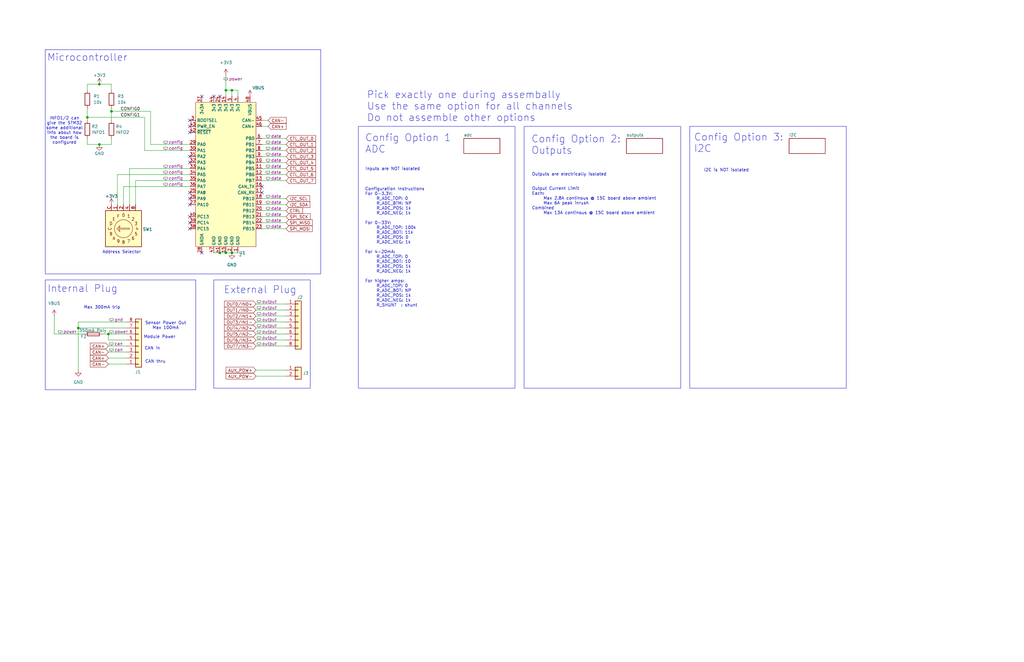
<source format=kicad_sch>
(kicad_sch (version 20231120) (generator "eeschema") (generator_version "8.0")
  (paper "USLedger")
  (lib_symbols
    (symbol "Connector_Generic:Conn_01x02" (pin_names (offset 1.016) hide)
      (property "Reference" "J" (at 0 2.54 0))
      (property "Value" "Conn_01x02" (at 0 -5.08 0))
      (symbol "Conn_01x02_1_1"
        (rectangle (start -1.27 -2.413) (end 0 -2.667) (stroke (width 0.1524)))
        (rectangle (start -1.27 0.127) (end 0 -0.127) (stroke (width 0.1524)))
        (rectangle (start -1.27 1.27) (end 1.27 -3.81) (stroke (width 0.254)) (fill (type background)))
        (pin passive line (at -5.08 0 0) (length 3.81) (name "Pin_1") (number "1"))
        (pin passive line (at -5.08 -2.54 0) (length 3.81) (name "Pin_2") (number "2"))
      )
    )
    (symbol "Connector_Generic:Conn_01x08" (pin_names (offset 1.016) hide)
      (property "Reference" "J" (at 0 10.16 0))
      (property "Value" "Conn_01x08" (at 0 -12.7 0))
      (symbol "Conn_01x08_1_1"
        (rectangle (start -1.27 -10.033) (end 0 -10.287) (stroke (width 0.1524)))
        (rectangle (start -1.27 -7.493) (end 0 -7.747) (stroke (width 0.1524)))
        (rectangle (start -1.27 -4.953) (end 0 -5.207) (stroke (width 0.1524)))
        (rectangle (start -1.27 -2.413) (end 0 -2.667) (stroke (width 0.1524)))
        (rectangle (start -1.27 0.127) (end 0 -0.127) (stroke (width 0.1524)))
        (rectangle (start -1.27 2.667) (end 0 2.413) (stroke (width 0.1524)))
        (rectangle (start -1.27 5.207) (end 0 4.953) (stroke (width 0.1524)))
        (rectangle (start -1.27 7.747) (end 0 7.493) (stroke (width 0.1524)))
        (rectangle (start -1.27 8.89) (end 1.27 -11.43) (stroke (width 0.254)) (fill (type background)))
        (pin passive line (at -5.08 7.62 0) (length 3.81) (name "Pin_1") (number "1"))
        (pin passive line (at -5.08 5.08 0) (length 3.81) (name "Pin_2") (number "2"))
        (pin passive line (at -5.08 2.54 0) (length 3.81) (name "Pin_3") (number "3"))
        (pin passive line (at -5.08 0 0) (length 3.81) (name "Pin_4") (number "4"))
        (pin passive line (at -5.08 -2.54 0) (length 3.81) (name "Pin_5") (number "5"))
        (pin passive line (at -5.08 -5.08 0) (length 3.81) (name "Pin_6") (number "6"))
        (pin passive line (at -5.08 -7.62 0) (length 3.81) (name "Pin_7") (number "7"))
        (pin passive line (at -5.08 -10.16 0) (length 3.81) (name "Pin_8") (number "8"))
      )
    )
    (symbol "Device:Fuse" (pin_numbers hide) (pin_names (offset 0))
      (property "Reference" "F" (at 2.032 0 90))
      (property "Value" "Fuse" (at -1.905 0 90))
      (symbol "Fuse_0_1"
        (rectangle (start -0.762 -2.54) (end 0.762 2.54) (stroke (width 0.254)))
        (polyline (pts (xy 0 2.54) (xy 0 -2.54)))
      )
      (symbol "Fuse_1_1"
        (pin passive line (at 0 3.81 270) (length 1.27) (name "~") (number "1"))
        (pin passive line (at 0 -3.81 90) (length 1.27) (name "~") (number "2"))
      )
    )
    (symbol "Device:R" (pin_numbers hide) (pin_names (offset 0))
      (property "Reference" "R" (at 2.032 0 90))
      (property "Value" "R" (at 0 0 90))
      (symbol "R_0_1"
        (rectangle (start -1.016 -2.54) (end 1.016 2.54) (stroke (width 0.254)))
      )
      (symbol "R_1_1"
        (pin passive line (at 0 3.81 270) (length 1.27) (name "~") (number "1"))
        (pin passive line (at 0 -3.81 90) (length 1.27) (name "~") (number "2"))
      )
    )
    (symbol "Switch:SW_Coded_SH-7050" (pin_names hide)
      (property "Reference" "SW" (at -7.62 8.89 0))
      (property "Value" "SW_Coded_SH-7050" (at -7.62 -8.89 0))
      (symbol "SW_Coded_SH-7050_0_0"
        (text "0" (at 5.715 0 2700) (effects (font (size 1.27 1.27))))
        (text "1" (at 5.2832 -2.1844 2475) (effects (font (size 1.27 1.27))))
        (text "2" (at 4.0386 -4.0386 2250) (effects (font (size 1.27 1.27))))
        (text "3" (at 2.1844 -5.2832 2025) (effects (font (size 1.27 1.27))))
        (text "4" (at 0 -5.715 1800) (effects (font (size 1.27 1.27))))
        (text "5" (at -2.1844 -5.2832 1575) (effects (font (size 1.27 1.27))))
        (text "6" (at -4.0386 -4.0386 1350) (effects (font (size 1.27 1.27))))
        (text "7" (at -5.2832 -2.1844 1125) (effects (font (size 1.27 1.27))))
        (text "8" (at -5.715 0 900) (effects (font (size 1.27 1.27))))
        (text "9" (at -5.2832 2.1844 675) (effects (font (size 1.27 1.27))))
        (text "A" (at -4.0386 4.0386 450) (effects (font (size 1.27 1.27))))
        (text "B" (at -2.1844 5.2832 225) (effects (font (size 1.27 1.27))))
        (text "C" (at 0 5.715 0) (effects (font (size 1.27 1.27))))
        (text "D" (at 2.1844 5.2832 3375) (effects (font (size 1.27 1.27))))
        (text "E" (at 4.0386 4.0386 3150) (effects (font (size 1.27 1.27))))
        (text "F" (at 5.2832 2.1844 2925) (effects (font (size 1.27 1.27))))
      )
      (symbol "SW_Coded_SH-7050_0_1"
        (polyline (pts (xy -0.254 -2.54) (xy -0.254 2.032) (xy -0.762 1.524) (xy -1.27 1.524) (xy 0 2.794) (xy 1.27 1.524) (xy 0.762 1.524) (xy 0.254 2.032) (xy 0.254 -2.54) (xy -0.254 -2.54) (xy -0.254 -2.54)))
        (circle (center 0 0) (radius 3.81))
        (rectangle (start 7.62 7.62) (end -7.62 -7.62) (stroke (width 0.254)) (fill (type background)))
      )
      (symbol "SW_Coded_SH-7050_1_1"
        (pin passive line (at 10.16 2.54 180) (length 2.54) (name "1") (number "1"))
        (pin passive line (at 10.16 0 180) (length 2.54) (name "2") (number "2"))
        (pin passive line (at 10.16 -2.54 180) (length 2.54) (name "4") (number "4"))
        (pin passive line (at 10.16 -5.08 180) (length 2.54) (name "8") (number "8"))
        (pin passive line (at 10.16 5.08 180) (length 2.54) (name "C") (number "C"))
      )
    )
    (symbol "interface_module:stm32dev"
      (property "Reference" "U" (at 7.874 34.798 0))
      (symbol "stm32dev_1_1"
        (rectangle (start -12.7 30.48) (end 12.7 -30.48) (fill (type background)))
        (pin input line (at -5.08 -33.02 90) (length 2.54) (name "GND") (number "1"))
        (pin bidirectional line (at -15.24 5.08 0) (length 2.54) (name "PB4") (number "10"))
        (pin bidirectional line (at -15.24 2.54 0) (length 2.54) (name "PB5") (number "11"))
        (pin bidirectional line (at -15.24 0 0) (length 2.54) (name "PB6") (number "12"))
        (pin bidirectional line (at -15.24 -2.54 0) (length 2.54) (name "PB7") (number "13"))
        (pin input line (at 0 33.02 270) (length 2.54) (name "3v3") (number "14"))
        (pin input line (at 0 -33.02 90) (length 2.54) (name "GND") (number "15"))
        (pin bidirectional line (at -15.24 -5.08 0) (length 2.54) (name "CAN_TX") (number "16"))
        (pin bidirectional line (at -15.24 -7.62 0) (length 2.54) (name "CAN_RX") (number "17"))
        (pin bidirectional line (at -15.24 -10.16 0) (length 2.54) (name "PB10") (number "18"))
        (pin bidirectional line (at -15.24 -12.7 0) (length 2.54) (name "PB11") (number "19"))
        (pin input line (at -2.54 -33.02 90) (length 2.54) (name "GND") (number "2"))
        (pin bidirectional line (at -15.24 -15.24 0) (length 2.54) (name "PB12") (number "20"))
        (pin bidirectional line (at -15.24 -17.78 0) (length 2.54) (name "PB13") (number "21"))
        (pin bidirectional line (at -15.24 -20.32 0) (length 2.54) (name "PB14") (number "22"))
        (pin bidirectional line (at -15.24 -22.86 0) (length 2.54) (name "PB15") (number "23"))
        (pin input line (at 2.54 33.02 270) (length 2.54) (name "3v3") (number "24"))
        (pin bidirectional line (at 15.24 -7.62 180) (length 2.54) (name "PA8") (number "25"))
        (pin bidirectional line (at 15.24 -10.16 180) (length 2.54) (name "PA9") (number "26"))
        (pin bidirectional line (at 15.24 -12.7 180) (length 2.54) (name "PA10") (number "27"))
        (pin power_out line (at 10.16 -33.02 90) (length 2.54) (name "GNDA") (number "28"))
        (pin bidirectional line (at 15.24 12.7 180) (length 2.54) (name "PA0") (number "29"))
        (pin input line (at 15.24 22.86 180) (length 2.54) (name "BOOTSEL") (number "3"))
        (pin bidirectional line (at 15.24 10.16 180) (length 2.54) (name "PA1") (number "30"))
        (pin bidirectional line (at 15.24 7.62 180) (length 2.54) (name "PA2") (number "31"))
        (pin bidirectional line (at 15.24 5.08 180) (length 2.54) (name "PA3") (number "32"))
        (pin bidirectional line (at 15.24 2.54 180) (length 2.54) (name "PA4") (number "33"))
        (pin bidirectional line (at 15.24 0 180) (length 2.54) (name "PA5") (number "34"))
        (pin bidirectional line (at 15.24 -2.54 180) (length 2.54) (name "PA6") (number "35"))
        (pin bidirectional line (at 15.24 -5.08 180) (length 2.54) (name "PA7") (number "36"))
        (pin power_out line (at 10.16 33.02 270) (length 2.54) (name "3v3A") (number "37"))
        (pin bidirectional line (at 15.24 -22.86 180) (length 2.54) (name "PC15") (number "38"))
        (pin bidirectional line (at 15.24 -20.32 180) (length 2.54) (name "PC14") (number "39"))
        (pin input line (at -5.08 33.02 270) (length 2.54) (name "3v3") (number "4"))
        (pin bidirectional line (at 15.24 -17.78 180) (length 2.54) (name "PC13") (number "40"))
        (pin input line (at 2.54 -33.02 90) (length 2.54) (name "GND") (number "41"))
        (pin input line (at 15.24 17.78 180) (length 2.54) (name "~{RESET}") (number "42"))
        (pin input line (at 15.24 20.32 180) (length 2.54) (name "PWR_EN") (number "43"))
        (pin input line (at 5.08 33.02 270) (length 2.54) (name "3v3") (number "44"))
        (pin bidirectional line (at -15.24 22.86 0) (length 2.54) (name "CAN-") (number "45"))
        (pin bidirectional line (at -15.24 20.32 0) (length 2.54) (name "CAN+") (number "46"))
        (pin input line (at 5.08 -33.02 90) (length 2.54) (name "GND") (number "47"))
        (pin power_in line (at -10.16 33.02 270) (length 2.54) (name "VBUS") (number "48"))
        (pin input line (at -2.54 33.02 270) (length 2.54) (name "3v3") (number "5"))
        (pin bidirectional line (at -15.24 15.24 0) (length 2.54) (name "PB0") (number "6"))
        (pin bidirectional line (at -15.24 12.7 0) (length 2.54) (name "PB1") (number "7"))
        (pin bidirectional line (at -15.24 10.16 0) (length 2.54) (name "PB2") (number "8"))
        (pin bidirectional line (at -15.24 7.62 0) (length 2.54) (name "PB3") (number "9"))
      )
    )
    (symbol "power:+3V3" (power) (pin_names (offset 0))
      (property "Value" "+3V3" (at 0 3.556 0))
      (symbol "+3V3_0_1"
        (polyline (pts (xy -0.762 1.27) (xy 0 2.54)))
        (polyline (pts (xy 0 0) (xy 0 2.54)))
        (polyline (pts (xy 0 2.54) (xy 0.762 1.27)))
      )
      (symbol "+3V3_1_1"
        (pin power_in line (at 0 0 90) (length 0) hide (name "+3V3") (number "1"))
      )
    )
    (symbol "power:GND" (power) (pin_names (offset 0))
      (property "Value" "GND" (at 0 -3.81 0))
      (symbol "GND_0_1"
        (polyline (pts (xy 0 0) (xy 0 -1.27) (xy 1.27 -1.27) (xy 0 -2.54) (xy -1.27 -1.27) (xy 0 -1.27)))
      )
      (symbol "GND_1_1"
        (pin power_in line (at 0 0 270) (length 0) hide (name "GND") (number "1"))
      )
    )
    (symbol "power:VBUS" (power) (pin_names (offset 0))
      (property "Value" "VBUS" (at 0 3.81 0))
      (symbol "VBUS_0_1"
        (polyline (pts (xy -0.762 1.27) (xy 0 2.54)))
        (polyline (pts (xy 0 0) (xy 0 2.54)))
        (polyline (pts (xy 0 2.54) (xy 0.762 1.27)))
      )
      (symbol "VBUS_1_1"
        (pin power_in line (at 0 0 90) (length 0) hide (name "VBUS") (number "1"))
      )
    )
  )
  (junction (at 92.71 106.68))
  (junction (at 45.72 140.97))
  (junction (at 97.79 106.68))
  (junction (at 41.91 35.56))
  (junction (at 95.25 106.68))
  (junction (at 97.79 38.1))
  (junction (at 33.02 138.43))
  (junction (at 46.99 46.99))
  (junction (at 95.25 38.1))
  (junction (at 36.83 49.53))
  (junction (at 41.91 60.96))
  (no_connect (at 80.01 93.98))
  (no_connect (at 85.09 106.68))
  (no_connect (at 80.01 83.82))
  (no_connect (at 80.01 66.04))
  (no_connect (at 80.01 50.8))
  (no_connect (at 92.71 40.64))
  (no_connect (at 80.01 91.44))
  (no_connect (at 90.17 40.64))
  (no_connect (at 110.49 81.28))
  (no_connect (at 80.01 53.34))
  (no_connect (at 80.01 86.36))
  (no_connect (at 80.01 55.88))
  (no_connect (at 85.09 40.64))
  (no_connect (at 80.01 68.58))
  (no_connect (at 110.49 78.74))
  (no_connect (at 80.01 81.28))
  (no_connect (at 80.01 96.52))
  (wire (pts (xy 36.83 49.53) (xy 60.96 49.53)))
  (wire (pts (xy 90.17 106.68) (xy 92.71 106.68)))
  (wire (pts (xy 120.65 88.9) (xy 110.49 88.9)))
  (wire (pts (xy 120.65 138.43) (xy 107.95 138.43)))
  (wire (pts (xy 95.25 31.75) (xy 95.25 38.1)))
  (wire (pts (xy 120.65 93.98) (xy 110.49 93.98)))
  (wire (pts (xy 33.02 138.43) (xy 33.02 156.21)))
  (wire (pts (xy 36.83 58.42) (xy 36.83 60.96)))
  (wire (pts (xy 95.25 38.1) (xy 97.79 38.1)))
  (wire (pts (xy 60.96 63.5) (xy 60.96 49.53)))
  (wire (pts (xy 49.53 73.66) (xy 49.53 86.36)))
  (wire (pts (xy 52.07 86.36) (xy 52.07 78.74)))
  (wire (pts (xy 53.34 143.51) (xy 45.72 143.51)))
  (wire (pts (xy 46.99 60.96) (xy 46.99 58.42)))
  (wire (pts (xy 97.79 38.1) (xy 100.33 38.1)))
  (wire (pts (xy 120.65 66.04) (xy 110.49 66.04)))
  (wire (pts (xy 33.02 135.89) (xy 33.02 138.43)))
  (wire (pts (xy 53.34 151.13) (xy 45.72 151.13)))
  (wire (pts (xy 120.65 73.66) (xy 110.49 73.66)))
  (wire (pts (xy 36.83 38.1) (xy 36.83 35.56)))
  (wire (pts (xy 120.65 143.51) (xy 107.95 143.51)))
  (wire (pts (xy 46.99 35.56) (xy 46.99 38.1)))
  (wire (pts (xy 46.99 46.99) (xy 46.99 50.8)))
  (wire (pts (xy 120.65 146.05) (xy 107.95 146.05)))
  (wire (pts (xy 46.99 46.99) (xy 63.5 46.99)))
  (wire (pts (xy 120.65 58.42) (xy 110.49 58.42)))
  (wire (pts (xy 120.65 128.27) (xy 107.95 128.27)))
  (wire (pts (xy 57.15 86.36) (xy 57.15 76.2)))
  (wire (pts (xy 36.83 45.72) (xy 36.83 49.53)))
  (wire (pts (xy 36.83 60.96) (xy 41.91 60.96)))
  (wire (pts (xy 120.65 91.44) (xy 110.49 91.44)))
  (wire (pts (xy 120.65 71.12) (xy 110.49 71.12)))
  (wire (pts (xy 100.33 38.1) (xy 100.33 40.64)))
  (wire (pts (xy 120.65 133.35) (xy 107.95 133.35)))
  (wire (pts (xy 63.5 60.96) (xy 63.5 46.99)))
  (wire (pts (xy 22.86 140.97) (xy 35.56 140.97)))
  (wire (pts (xy 120.65 140.97) (xy 107.95 140.97)))
  (wire (pts (xy 53.34 135.89) (xy 33.02 135.89)))
  (wire (pts (xy 46.99 45.72) (xy 46.99 46.99)))
  (wire (pts (xy 120.65 130.81) (xy 107.95 130.81)))
  (wire (pts (xy 41.91 60.96) (xy 46.99 60.96)))
  (wire (pts (xy 45.72 140.97) (xy 53.34 140.97)))
  (wire (pts (xy 120.65 86.36) (xy 110.49 86.36)))
  (wire (pts (xy 49.53 73.66) (xy 80.01 73.66)))
  (wire (pts (xy 97.79 106.68) (xy 100.33 106.68)))
  (wire (pts (xy 110.49 50.8) (xy 113.03 50.8)))
  (wire (pts (xy 120.65 135.89) (xy 107.95 135.89)))
  (wire (pts (xy 36.83 49.53) (xy 36.83 50.8)))
  (wire (pts (xy 107.95 158.75) (xy 120.65 158.75)))
  (wire (pts (xy 53.34 138.43) (xy 33.02 138.43)))
  (wire (pts (xy 120.65 68.58) (xy 110.49 68.58)))
  (wire (pts (xy 54.61 71.12) (xy 80.01 71.12)))
  (wire (pts (xy 22.86 133.35) (xy 22.86 140.97)))
  (wire (pts (xy 53.34 148.59) (xy 45.72 148.59)))
  (wire (pts (xy 41.91 35.56) (xy 46.99 35.56)))
  (wire (pts (xy 53.34 153.67) (xy 45.72 153.67)))
  (wire (pts (xy 36.83 35.56) (xy 41.91 35.56)))
  (wire (pts (xy 45.72 143.51) (xy 45.72 140.97)))
  (wire (pts (xy 120.65 83.82) (xy 110.49 83.82)))
  (wire (pts (xy 120.65 76.2) (xy 110.49 76.2)))
  (wire (pts (xy 120.65 63.5) (xy 110.49 63.5)))
  (wire (pts (xy 95.25 38.1) (xy 95.25 40.64)))
  (wire (pts (xy 80.01 60.96) (xy 63.5 60.96)))
  (wire (pts (xy 43.18 140.97) (xy 45.72 140.97)))
  (wire (pts (xy 54.61 71.12) (xy 54.61 86.36)))
  (wire (pts (xy 52.07 78.74) (xy 80.01 78.74)))
  (wire (pts (xy 97.79 38.1) (xy 97.79 40.64)))
  (wire (pts (xy 92.71 106.68) (xy 95.25 106.68)))
  (wire (pts (xy 57.15 76.2) (xy 80.01 76.2)))
  (wire (pts (xy 53.34 146.05) (xy 45.72 146.05)))
  (wire (pts (xy 80.01 63.5) (xy 60.96 63.5)))
  (wire (pts (xy 120.65 60.96) (xy 110.49 60.96)))
  (wire (pts (xy 107.95 156.21) (xy 120.65 156.21)))
  (wire (pts (xy 95.25 106.68) (xy 97.79 106.68)))
  (wire (pts (xy 120.65 96.52) (xy 110.49 96.52)))
  (wire (pts (xy 113.03 53.34) (xy 110.49 53.34)))
  (rectangle (start 19.05 118.11) (end 82.55 164.465))
  (rectangle (start 290.83 53.34) (end 356.87 163.83))
  (rectangle (start 151.13 53.34) (end 217.17 163.83))
  (rectangle (start 90.17 118.11) (end 130.81 163.83))
  (rectangle (start 220.98 53.34) (end 287.02 163.83))
  (rectangle (start 19.05 20.955) (end 135.255 115.57))
  (text "I2C is NOT isolated" (at 306.324 71.882 0) (effects (font (size 1.27 1.27))))
  (text "Inputs are NOT isolated" (at 165.608 71.374 0) (effects (font (size 1.27 1.27))))
  (text "Sensor Power Out\nMax 100mA" (at 69.85 137.414 0) (effects (font (size 1.27 1.27))))
  (text "Output Current Limit\nEach:\n	Max 2.8A continous @ 15C board above ambient\n	Max 6A peak inrush\nCombined\n	Max 13A continous @ 15C board above ambient" (at 224.282 84.836 0) (effects (font (size 1.27 1.27)) (justify left)))
  (text "CAN thru" (at 65.532 152.654 0) (effects (font (size 1.27 1.27))))
  (text "External Plug" (at 109.728 122.428 0) (effects (font (size 3 3))))
  (text "Module Power" (at 67.31 142.24 0) (effects (font (size 1.27 1.27))))
  (text "Configuration Instructions\nFor 0-3.3V:\n	R_ADC_TOP: 0\n	R_ADC_BTM: NP\n	R_ADC_POS: 1k\n	R_ADC_NEG: 1k\n\nFor 0-33V:\n	R_ADC_TOP: 100k\n	R_ADC_BOT: 11k\n	R_ADC_POS: 0\n	R_ADC_NEG: 1k\n\nFor 4-20mA:\n	R_ADC_TOP: 0\n	R_ADC_BOT: 10\n	R_ADC_POS: 1k\n	R_ADC_NEG: 1k\n\nFor higher amps:\n	R_ADC_TOP: 0\n	R_ADC_BOT: NP\n	R_ADC_POS: 1k\n	R_ADC_NEG: 1k\n	R_SHUNT  : shunt" (at 153.924 104.394 0) (effects (font (size 1.27 1.27)) (justify left)))
  (text "Internal Plug" (at 34.798 121.92 0) (effects (font (size 3 3))))
  (text "Config Option 2:\nOutputs" (at 224.028 61.214 0) (effects (font (size 3 3)) (justify left)))
  (text "Config Option 1\nADC" (at 153.924 60.706 0) (effects (font (size 3 3)) (justify left)))
  (text "Outputs are electrically isolated" (at 240.03 73.66 0) (effects (font (size 1.27 1.27))))
  (text "CAN in" (at 64.262 147.066 0) (effects (font (size 1.27 1.27))))
  (text "Microcontroller" (at 19.812 24.384 0) (effects (font (size 3 3)) (justify left)))
  (text "INFO1/2 can\ngive the STM32\nsome additional\ninfo about how\nthe board is\nconfigured" (at 27.178 55.118 0) (effects (font (size 1.27 1.27))))
  (text "Max 300mA trip" (at 35.306 129.794 0) (effects (font (size 1.27 1.27)) (justify left)))
  (text "Config Option 3:\nI2C" (at 292.608 60.452 0) (effects (font (size 3 3)) (justify left)))
  (text "Address Selector" (at 51.308 106.426 0) (effects (font (size 1.27 1.27))))
  (text "Pick exactly one during assembally\nUse the same option for all channels\nDo not assemble other options" (at 154.686 44.958 0) (effects (font (size 3 3)) (justify left)))
  (label "CONFIG0" (at 50.8 46.99 0))
  (label "CONFIG1" (at 50.8 49.53 0))
  (global_label "OUT6{slash}IN3+" (shape input) (at 107.95 143.51 180) (property "Intersheetrefs" "${INTERSHEET_REFS}" (effects (hide yes))))
  (global_label "CTL_OUT_6" (shape input) (at 120.65 73.66 0) (property "Intersheetrefs" "${INTERSHEET_REFS}" (effects (hide yes))))
  (global_label "AUX_POW-" (shape input) (at 107.95 158.75 180) (property "Intersheetrefs" "${INTERSHEET_REFS}" (effects (hide yes))))
  (global_label "CTL_OUT_4" (shape input) (at 120.65 68.58 0) (property "Intersheetrefs" "${INTERSHEET_REFS}" (effects (hide yes))))
  (global_label "SPI_SCK" (shape input) (at 120.65 91.44 0) (property "Intersheetrefs" "${INTERSHEET_REFS}" (effects (hide yes))))
  (global_label "OUT5{slash}IN2-" (shape input) (at 107.95 140.97 180) (property "Intersheetrefs" "${INTERSHEET_REFS}" (effects (hide yes))))
  (global_label "CAN+" (shape input) (at 45.72 146.05 180) (property "Intersheetrefs" "${INTERSHEET_REFS}" (effects (hide yes))))
  (global_label "CTL_OUT_1" (shape input) (at 120.65 60.96 0) (property "Intersheetrefs" "${INTERSHEET_REFS}" (effects (hide yes))))
  (global_label "CAN+" (shape input) (at 113.03 53.34 0) (property "Intersheetrefs" "${INTERSHEET_REFS}" (effects (hide yes))))
  (global_label "I2C_SDA" (shape input) (at 120.65 86.36 0) (property "Intersheetrefs" "${INTERSHEET_REFS}" (effects (hide yes))))
  (global_label "SPI_MISO" (shape input) (at 120.65 93.98 0) (property "Intersheetrefs" "${INTERSHEET_REFS}" (effects (hide yes))))
  (global_label "CTRL" (shape input) (at 120.65 88.9 0) (property "Intersheetrefs" "${INTERSHEET_REFS}" (effects (hide yes))))
  (global_label "SPI_MOSI" (shape input) (at 120.65 96.52 0) (property "Intersheetrefs" "${INTERSHEET_REFS}" (effects (hide yes))))
  (global_label "CAN-" (shape input) (at 45.72 153.67 180) (property "Intersheetrefs" "${INTERSHEET_REFS}" (effects (hide yes))))
  (global_label "OUT1{slash}IN0-" (shape input) (at 107.95 130.81 180) (property "Intersheetrefs" "${INTERSHEET_REFS}" (effects (hide yes))))
  (global_label "OUT2{slash}IN1+" (shape input) (at 107.95 133.35 180) (property "Intersheetrefs" "${INTERSHEET_REFS}" (effects (hide yes))))
  (global_label "OUT3{slash}IN1-" (shape input) (at 107.95 135.89 180) (property "Intersheetrefs" "${INTERSHEET_REFS}" (effects (hide yes))))
  (global_label "OUT0{slash}IN0+" (shape input) (at 107.95 128.27 180) (property "Intersheetrefs" "${INTERSHEET_REFS}" (effects (hide yes))))
  (global_label "OUT4{slash}IN2+" (shape input) (at 107.95 138.43 180) (property "Intersheetrefs" "${INTERSHEET_REFS}" (effects (hide yes))))
  (global_label "I2C_SCL" (shape input) (at 120.65 83.82 0) (property "Intersheetrefs" "${INTERSHEET_REFS}" (effects (hide yes))))
  (global_label "CAN+" (shape input) (at 45.72 151.13 180) (property "Intersheetrefs" "${INTERSHEET_REFS}" (effects (hide yes))))
  (global_label "CAN-" (shape input) (at 113.03 50.8 0) (property "Intersheetrefs" "${INTERSHEET_REFS}" (effects (hide yes))))
  (global_label "CTL_OUT_0" (shape input) (at 120.65 58.42 0) (property "Intersheetrefs" "${INTERSHEET_REFS}" (effects (hide yes))))
  (global_label "CTL_OUT_2" (shape input) (at 120.65 63.5 0) (property "Intersheetrefs" "${INTERSHEET_REFS}" (effects (hide yes))))
  (global_label "OUT7{slash}IN3-" (shape input) (at 107.95 146.05 180) (property "Intersheetrefs" "${INTERSHEET_REFS}" (effects (hide yes))))
  (global_label "AUX_POW+" (shape input) (at 107.95 156.21 180) (property "Intersheetrefs" "${INTERSHEET_REFS}" (effects (hide yes))))
  (global_label "CTL_OUT_7" (shape input) (at 120.65 76.2 0) (property "Intersheetrefs" "${INTERSHEET_REFS}" (effects (hide yes))))
  (global_label "CAN-" (shape input) (at 45.72 148.59 180) (property "Intersheetrefs" "${INTERSHEET_REFS}" (effects (hide yes))))
  (global_label "CTL_OUT_5" (shape input) (at 120.65 71.12 0) (property "Intersheetrefs" "${INTERSHEET_REFS}" (effects (hide yes))))
  (global_label "CTL_OUT_3" (shape input) (at 120.65 66.04 0) (property "Intersheetrefs" "${INTERSHEET_REFS}" (effects (hide yes))))
  (netclass_flag "" (length 1) (shape rectangle) (at 109.22 143.51 0) (property "Netclass" "output" (at 110.4265 142.51 0) (effects (font (italic yes)) (justify left))))
  (netclass_flag "" (length 1) (shape rectangle) (at 113.03 71.12 0) (property "Netclass" "data" (at 114.2365 70.12 0) (effects (font (italic yes)) (justify left))))
  (netclass_flag "" (length 1) (shape rectangle) (at 113.03 63.5 0) (property "Netclass" "data" (at 114.2365 62.5 0) (effects (font (italic yes)) (justify left))))
  (netclass_flag "" (length 1) (shape rectangle) (at 113.03 66.04 0) (property "Netclass" "data" (at 114.2365 65.04 0) (effects (font (italic yes)) (justify left))))
  (netclass_flag "" (length 1) (shape rectangle) (at 113.03 93.98 0) (property "Netclass" "data" (at 114.2365 92.98 0) (effects (font (italic yes)) (justify left))))
  (netclass_flag "" (length 1) (shape rectangle) (at 95.25 34.29 0) (property "Netclass" "power" (at 96.4565 33.29 0) (effects (font (italic yes)) (justify left))))
  (netclass_flag "" (length 1) (shape rectangle) (at 46.99 148.59 0) (property "Netclass" "can" (at 48.1965 147.59 0) (effects (font (italic yes)) (justify left))))
  (netclass_flag "" (length 1) (shape rectangle) (at 25.4 140.97 0) (property "Netclass" "power" (at 26.6065 139.97 0) (effects (font (italic yes)) (justify left))))
  (netclass_flag "" (length 1) (shape rectangle) (at 113.03 83.82 0) (property "Netclass" "data" (at 114.2365 82.82 0) (effects (font (italic yes)) (justify left))))
  (netclass_flag "" (length 1) (shape rectangle) (at 69.85 60.96 0) (property "Netclass" "config" (at 71.0565 59.96 0) (effects (font (italic yes)) (justify left))))
  (netclass_flag "" (length 1) (shape rectangle) (at 46.99 146.05 0) (property "Netclass" "can" (at 48.1965 145.05 0) (effects (font (italic yes)) (justify left))))
  (netclass_flag "" (length 1) (shape rectangle) (at 109.22 133.35 0) (property "Netclass" "output" (at 110.4265 132.35 0) (effects (font (italic yes)) (justify left))))
  (netclass_flag "" (length 1) (shape rectangle) (at 109.22 146.05 0) (property "Netclass" "output" (at 110.4265 145.05 0) (effects (font (italic yes)) (justify left))))
  (netclass_flag "" (length 1) (shape rectangle) (at 113.03 60.96 0) (property "Netclass" "data" (at 114.2365 59.96 0) (effects (font (italic yes)) (justify left))))
  (netclass_flag "" (length 1) (shape rectangle) (at 46.99 135.89 0) (property "Netclass" "gnd" (at 48.1965 134.89 0) (effects (font (italic yes)) (justify left))))
  (netclass_flag "" (length 1) (shape rectangle) (at 113.03 76.2 0) (property "Netclass" "data" (at 114.2365 75.2 0) (effects (font (italic yes)) (justify left))))
  (netclass_flag "" (length 1) (shape rectangle) (at 113.03 68.58 0) (property "Netclass" "data" (at 114.2365 67.58 0) (effects (font (italic yes)) (justify left))))
  (netclass_flag "" (length 1) (shape rectangle) (at 113.03 91.44 0) (property "Netclass" "data" (at 114.2365 90.44 0) (effects (font (italic yes)) (justify left))))
  (netclass_flag "" (length 1) (shape rectangle) (at 109.22 135.89 0) (property "Netclass" "output" (at 110.4265 134.89 0) (effects (font (italic yes)) (justify left))))
  (netclass_flag "" (length 1) (shape rectangle) (at 113.03 96.52 0) (property "Netclass" "data" (at 114.2365 95.52 0) (effects (font (italic yes)) (justify left))))
  (netclass_flag "" (length 1) (shape rectangle) (at 69.85 73.66 0) (property "Netclass" "config" (at 71.0565 72.66 0) (effects (font (italic yes)) (justify left))))
  (netclass_flag "" (length 1) (shape rectangle) (at 109.22 130.81 0) (property "Netclass" "output" (at 110.4265 129.81 0) (effects (font (italic yes)) (justify left))))
  (netclass_flag "" (length 1) (shape rectangle) (at 112.9598 73.66 0) (property "Netclass" "data" (at 114.1663 72.66 0) (effects (font (italic yes)) (justify left))))
  (netclass_flag "" (length 1) (shape rectangle) (at 109.22 140.97 0) (property "Netclass" "output" (at 110.4265 139.97 0) (effects (font (italic yes)) (justify left))))
  (netclass_flag "" (length 1) (shape rectangle) (at 69.85 71.12 0) (property "Netclass" "config" (at 71.0565 70.12 0) (effects (font (italic yes)) (justify left))))
  (netclass_flag "" (length 1) (shape rectangle) (at 113.03 88.9 0) (property "Netclass" "data" (at 114.2365 87.9 0) (effects (font (italic yes)) (justify left))))
  (netclass_flag "" (length 1) (shape rectangle) (at 113.03 58.42 0) (property "Netclass" "data" (at 114.2365 57.42 0) (effects (font (italic yes)) (justify left))))
  (netclass_flag "" (length 1) (shape rectangle) (at 109.22 128.27 0) (property "Netclass" "output" (at 110.4265 127.27 0) (effects (font (italic yes)) (justify left))))
  (netclass_flag "" (length 1) (shape rectangle) (at 113.03 86.36 0) (property "Netclass" "data" (at 114.2365 85.36 0) (effects (font (italic yes)) (justify left))))
  (netclass_flag "" (length 1) (shape rectangle) (at 69.85 78.74 0) (property "Netclass" "config" (at 71.0565 77.74 0) (effects (font (italic yes)) (justify left))))
  (netclass_flag "" (length 1) (shape rectangle) (at 69.85 76.2 0) (property "Netclass" "config" (at 71.0565 75.2 0) (effects (font (italic yes)) (justify left))))
  (netclass_flag "" (length 1) (shape rectangle) (at 69.85 63.5 0) (property "Netclass" "config" (at 71.0565 62.5 0) (effects (font (italic yes)) (justify left))))
  (netclass_flag "" (length 1) (shape rectangle) (at 109.22 138.43 0) (property "Netclass" "output" (at 110.4265 137.43 0) (effects (font (italic yes)) (justify left))))
  (netclass_flag "" (length 1) (shape rectangle) (at 46.99 140.97 0) (property "Netclass" "power" (at 48.1965 139.97 0) (effects (font (italic yes)) (justify left))))
  (symbol (lib_id "Device:R") (at 36.83 41.91 0) (unit 1)
    (property "Reference" "R1" (at 39.37 40.6399 0) (effects (justify left)))
    (property "Value" "10k" (at 39.37 43.1799 0) (effects (justify left)))
    (property "Footprint" "Resistor_SMD:R_0603_1608Metric" (effects (hide yes)))
    (property "Description" "Resistor" (effects (hide yes)))
    (property "DPN" "RMCF0603FT10K0CT-ND " (effects (hide yes)))
    (property "MPN" "RMCF0603FT10K0 " (effects (hide yes)))
  )
  (symbol (lib_id "power:+3V3") (at 46.99 86.36 0) (unit 1)
    (property "Reference" "#PWR026" (effects (hide yes)))
    (property "Value" "+3V3" (at 46.99 82.804 0))
    (property "Description" "Power symbol creates a global label with name \"+3V3\"" (effects (hide yes)))
  )
  (symbol (lib_id "power:VBUS") (at 22.86 133.35 0) (unit 1)
    (property "Reference" "#PWR029" (effects (hide yes)))
    (property "Value" "VBUS" (at 22.86 128.016 0))
    (property "Description" "Power symbol creates a global label with name \"VBUS\"" (effects (hide yes)))
  )
  (symbol (lib_id "Switch:SW_Coded_SH-7050") (at 52.07 96.52 90) (unit 1)
    (property "Reference" "SW1" (at 62.23 96.774 90))
    (property "Value" "SW_Coded_SH-7050" (effects (hide yes)))
    (property "Footprint" "Button_Switch_THT:Nidec_Copal_SH-7010C" (effects (hide yes)))
    (property "Datasheet" "https://www.nidec-copal-electronics.com/e/catalog/switch/sh-7000.pdf" (effects (hide yes)))
    (property "Description" "Rotary switch, 4-bit encoding, 16 positions, Real code" (effects (hide yes)))
    (property "DPN" "CT3068-ND" (effects (hide yes)))
    (property "MPN" "220ADA16" (effects (hide yes)))
  )
  (symbol (lib_id "power:GND") (at 97.79 106.68 0) (mirror y) (unit 1)
    (property "Reference" "#PWR01" (effects (hide yes)))
    (property "Value" "GND" (at 97.79 111.76 0))
    (property "Description" "Power symbol creates a global label with name \"GND\" , ground" (effects (hide yes)))
  )
  (symbol (lib_id "Device:R") (at 46.99 54.61 0) (unit 1)
    (property "Reference" "R4" (at 48.768 53.3978 0) (effects (justify left)))
    (property "Value" "INFO2" (at 48.768 55.8221 0) (effects (justify left)))
    (property "Footprint" "Resistor_SMD:R_0603_1608Metric" (effects (hide yes)))
    (property "Description" "Resistor" (effects (hide yes)))
  )
  (symbol (lib_id "Device:R") (at 36.83 54.61 0) (unit 1)
    (property "Reference" "R2" (at 38.608 53.3978 0) (effects (justify left)))
    (property "Value" "INFO1" (at 38.608 55.8221 0) (effects (justify left)))
    (property "Footprint" "Resistor_SMD:R_0603_1608Metric" (effects (hide yes)))
    (property "Description" "Resistor" (effects (hide yes)))
  )
  (symbol (lib_id "Connector_Generic:Conn_01x08") (at 58.42 146.05 0) (mirror x) (unit 1)
    (property "Reference" "J1" (at 58.166 156.972 0))
    (property "Value" "Conn_01x08" (effects (hide yes)))
    (property "Footprint" "footprints:TerminalBlock_CUI-8_P5.08mm" (effects (hide yes)))
    (property "Datasheet" "https://www.cuidevices.com/product/resource/tb007-508.pdf" (effects (hide yes)))
    (property "Description" "8 Position Wire to Board Terminal Block Horizontal with Board 0.200\" (5.08mm) Through Hole" (effects (hide yes)))
    (property "DPN" "102-6209-ND" (effects (hide yes)))
    (property "MPN" "TB007-508-08BE" (effects (hide yes)))
  )
  (symbol (lib_id "power:GND") (at 33.02 156.21 0) (unit 1)
    (property "Reference" "#PWR030" (effects (hide yes)))
    (property "Value" "GND" (at 33.02 161.29 0))
    (property "Description" "Power symbol creates a global label with name \"GND\" , ground" (effects (hide yes)))
  )
  (symbol (lib_id "power:GND") (at 41.91 60.96 0) (unit 1)
    (property "Reference" "#PWR028" (effects (hide yes)))
    (property "Value" "GND" (at 41.91 64.77 0))
    (property "Description" "Power symbol creates a global label with name \"GND\" , ground" (effects (hide yes)))
  )
  (symbol (lib_id "power:+3V3") (at 41.91 35.56 0) (unit 1)
    (property "Reference" "#PWR027" (effects (hide yes)))
    (property "Value" "+3V3" (at 41.91 31.75 0))
    (property "Description" "Power symbol creates a global label with name \"+3V3\"" (effects (hide yes)))
  )
  (symbol (lib_id "Device:Fuse") (at 39.37 140.97 90) (unit 1)
    (property "Reference" "F2" (at 35.306 141.986 90))
    (property "Value" "350mA Poly" (at 39.116 139.446 90))
    (property "Footprint" "Fuse:Fuse_1206_3216Metric" (effects (hide yes)))
    (property "Description" "Fuse" (effects (hide yes)))
    (property "DPN" "18-1206L035/30WRCT-ND" (effects (hide yes)))
    (property "MPN" "1206L035/30WR" (effects (hide yes)))
  )
  (symbol (lib_id "power:VBUS") (at 105.41 40.64 0) (mirror y) (unit 1)
    (property "Reference" "#PWR05" (effects (hide yes)))
    (property "Value" "VBUS" (at 108.966 37.084 0))
    (property "Description" "Power symbol creates a global label with name \"VBUS\"" (effects (hide yes)))
  )
  (symbol (lib_id "interface_module:stm32dev") (at 95.25 73.66 0) (mirror y) (unit 1)
    (property "Reference" "U1" (at 100.8065 106.68 0) (effects (justify right)))
    (property "Value" "~" (at 100.8065 107.95 0) (effects (justify right)))
    (property "Footprint" "footprints:stm32dev" (effects (hide yes)))
  )
  (symbol (lib_id "Connector_Generic:Conn_01x08") (at 125.73 135.89 0) (unit 1)
    (property "Reference" "J2" (at 126.492 125.476 0))
    (property "Value" "Conn_01x08" (effects (hide yes)))
    (property "Footprint" "footprints:TerminalBlock_CUI-8_P5.08mm" (effects (hide yes)))
    (property "Datasheet" "https://www.cuidevices.com/product/resource/tb007-508.pdf" (effects (hide yes)))
    (property "Description" "8 Position Wire to Board Terminal Block Horizontal with Board 0.200\" (5.08mm) Through Hole" (effects (hide yes)))
    (property "DPN" "102-6209-ND" (effects (hide yes)))
    (property "MPN" "TB007-508-08BE" (effects (hide yes)))
  )
  (symbol (lib_id "Connector_Generic:Conn_01x02") (at 125.73 156.21 0) (unit 1)
    (property "Reference" "J3" (at 127.762 157.48 0) (effects (justify left)))
    (property "Value" "Conn_01x02" (effects (hide yes)))
    (property "Footprint" "TerminalBlock:TerminalBlock_bornier-2_P5.08mm" (effects (hide yes)))
    (property "Datasheet" "https://mm.digikey.com/Volume0/opasdata/d220001/medias/docus/919/5452257.pdf" (effects (hide yes)))
    (property "Description" "Generic connector, single row, 01x02, script generated (kicad-library-utils/schlib/autogen/connector/)" (effects (hide yes)))
    (property "DPN" "277-15491-ND" (effects (hide yes)))
    (property "MPN" "5452257" (effects (hide yes)))
  )
  (symbol (lib_id "power:+3V3") (at 95.25 31.75 0) (mirror y) (unit 1)
    (property "Reference" "#PWR03" (effects (hide yes)))
    (property "Value" "+3V3" (at 95.25 26.416 0))
    (property "Description" "Power symbol creates a global label with name \"+3V3\"" (effects (hide yes)))
  )
  (symbol (lib_id "Device:R") (at 46.99 41.91 0) (unit 1)
    (property "Reference" "R3" (at 49.53 40.6399 0) (effects (justify left)))
    (property "Value" "10k" (at 49.53 43.1799 0) (effects (justify left)))
    (property "Footprint" "Resistor_SMD:R_0603_1608Metric" (effects (hide yes)))
    (property "Description" "Resistor" (effects (hide yes)))
    (property "DPN" "RMCF0603FT10K0CT-ND " (effects (hide yes)))
    (property "MPN" "RMCF0603FT10K0 " (effects (hide yes)))
  )
  (sheet (at 332.74 58.42) (size 15.24 6.35) (stroke (width 0.1524))
    (property "Sheetname" "I2C" (at 332.74 57.7084 0) (effects (justify left bottom)))
    (property "Sheetfile" "config3_i2c.kicad_sch" (effects (hide yes)))
  )
  (sheet (at 264.16 58.42) (size 15.24 6.35) (stroke (width 0.1524))
    (property "Sheetname" "outputs" (at 264.16 57.7084 0) (effects (justify left bottom)))
    (property "Sheetfile" "config2_outputs.kicad_sch" (effects (hide yes)))
  )
  (sheet (at 195.58 58.42) (size 15.24 6.35) (stroke (width 0.1524))
    (property "Sheetname" "adc" (at 195.58 57.7084 0) (effects (justify left bottom)))
    (property "Sheetfile" "config1_adc.kicad_sch" (effects (hide yes)))
  )
)
</source>
